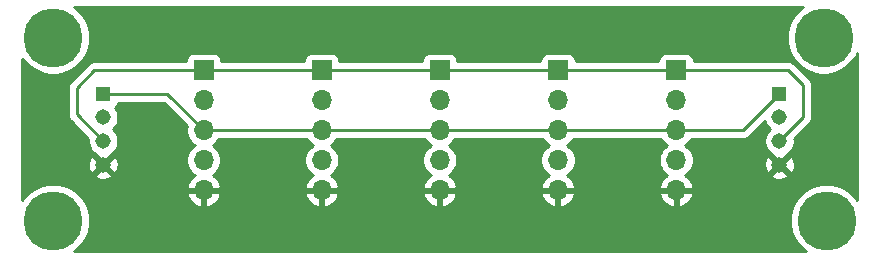
<source format=gbr>
G04 #@! TF.GenerationSoftware,KiCad,Pcbnew,(5.1.5)-3*
G04 #@! TF.CreationDate,2020-08-31T21:18:36+01:00*
G04 #@! TF.ProjectId,groveToPi,67726f76-6554-46f5-9069-2e6b69636164,1.0.1*
G04 #@! TF.SameCoordinates,Original*
G04 #@! TF.FileFunction,Copper,L2,Bot*
G04 #@! TF.FilePolarity,Positive*
%FSLAX46Y46*%
G04 Gerber Fmt 4.6, Leading zero omitted, Abs format (unit mm)*
G04 Created by KiCad (PCBNEW (5.1.5)-3) date 2020-08-31 21:18:36*
%MOMM*%
%LPD*%
G04 APERTURE LIST*
%ADD10R,1.308000X1.308000*%
%ADD11C,1.308000*%
%ADD12C,5.000000*%
%ADD13R,1.700000X1.700000*%
%ADD14O,1.700000X1.700000*%
%ADD15C,0.254000*%
G04 APERTURE END LIST*
D10*
X150750000Y-102000000D03*
D11*
X150750000Y-104000000D03*
X150750000Y-106000000D03*
X150750000Y-108000000D03*
X93500000Y-108000000D03*
X93500000Y-106000000D03*
X93500000Y-104000000D03*
D10*
X93500000Y-102000000D03*
D12*
X154750000Y-112750000D03*
X89250000Y-112750000D03*
X89250000Y-97250000D03*
X154500000Y-97250000D03*
D13*
X102000000Y-100000000D03*
D14*
X102000000Y-102540000D03*
X102000000Y-105080000D03*
X102000000Y-107620000D03*
X102000000Y-110160000D03*
X112000000Y-110160000D03*
X112000000Y-107620000D03*
X112000000Y-105080000D03*
X112000000Y-102540000D03*
D13*
X112000000Y-100000000D03*
X122000000Y-100000000D03*
D14*
X122000000Y-102540000D03*
X122000000Y-105080000D03*
X122000000Y-107620000D03*
X122000000Y-110160000D03*
X132000000Y-110160000D03*
X132000000Y-107620000D03*
X132000000Y-105080000D03*
X132000000Y-102540000D03*
D13*
X132000000Y-100000000D03*
X142000000Y-100000000D03*
D14*
X142000000Y-102540000D03*
X142000000Y-105080000D03*
X142000000Y-107620000D03*
X142000000Y-110160000D03*
D15*
X102000000Y-100000000D02*
X112000000Y-100000000D01*
X112000000Y-100000000D02*
X122000000Y-100000000D01*
X122000000Y-100000000D02*
X132000000Y-100000000D01*
X132000000Y-100000000D02*
X142000000Y-100000000D01*
X151493802Y-100000000D02*
X152750000Y-101256198D01*
X142000000Y-100000000D02*
X151493802Y-100000000D01*
X102000000Y-100000000D02*
X92756198Y-100000000D01*
X92756198Y-100000000D02*
X91250000Y-101506198D01*
X91250000Y-103750000D02*
X93500000Y-106000000D01*
X91250000Y-101506198D02*
X91250000Y-103750000D01*
X152750000Y-104000000D02*
X150750000Y-106000000D01*
X152750000Y-101256198D02*
X152750000Y-104000000D01*
X102000000Y-105080000D02*
X112000000Y-105080000D01*
X112000000Y-105080000D02*
X122000000Y-105080000D01*
X122000000Y-105080000D02*
X132000000Y-105080000D01*
X132000000Y-105080000D02*
X142000000Y-105080000D01*
X147670000Y-105080000D02*
X150750000Y-102000000D01*
X142000000Y-105080000D02*
X147670000Y-105080000D01*
X98920000Y-102000000D02*
X102000000Y-105080000D01*
X93500000Y-102000000D02*
X98920000Y-102000000D01*
G36*
X152501554Y-94814886D02*
G01*
X152064886Y-95251554D01*
X151721799Y-95765021D01*
X151485476Y-96335554D01*
X151365000Y-96941229D01*
X151365000Y-97558771D01*
X151485476Y-98164446D01*
X151721799Y-98734979D01*
X152064886Y-99248446D01*
X152501554Y-99685114D01*
X153015021Y-100028201D01*
X153585554Y-100264524D01*
X154191229Y-100385000D01*
X154808771Y-100385000D01*
X155414446Y-100264524D01*
X155984979Y-100028201D01*
X156498446Y-99685114D01*
X156935114Y-99248446D01*
X157278201Y-98734979D01*
X157340000Y-98585783D01*
X157340001Y-110983359D01*
X157185114Y-110751554D01*
X156748446Y-110314886D01*
X156234979Y-109971799D01*
X155664446Y-109735476D01*
X155058771Y-109615000D01*
X154441229Y-109615000D01*
X153835554Y-109735476D01*
X153265021Y-109971799D01*
X152751554Y-110314886D01*
X152314886Y-110751554D01*
X151971799Y-111265021D01*
X151735476Y-111835554D01*
X151615000Y-112441229D01*
X151615000Y-113058771D01*
X151735476Y-113664446D01*
X151971799Y-114234979D01*
X152314886Y-114748446D01*
X152751554Y-115185114D01*
X152983358Y-115340000D01*
X91016642Y-115340000D01*
X91248446Y-115185114D01*
X91685114Y-114748446D01*
X92028201Y-114234979D01*
X92264524Y-113664446D01*
X92385000Y-113058771D01*
X92385000Y-112441229D01*
X92264524Y-111835554D01*
X92028201Y-111265021D01*
X91685114Y-110751554D01*
X91450450Y-110516890D01*
X100558524Y-110516890D01*
X100603175Y-110664099D01*
X100728359Y-110926920D01*
X100902412Y-111160269D01*
X101118645Y-111355178D01*
X101368748Y-111504157D01*
X101643109Y-111601481D01*
X101873000Y-111480814D01*
X101873000Y-110287000D01*
X102127000Y-110287000D01*
X102127000Y-111480814D01*
X102356891Y-111601481D01*
X102631252Y-111504157D01*
X102881355Y-111355178D01*
X103097588Y-111160269D01*
X103271641Y-110926920D01*
X103396825Y-110664099D01*
X103441476Y-110516890D01*
X110558524Y-110516890D01*
X110603175Y-110664099D01*
X110728359Y-110926920D01*
X110902412Y-111160269D01*
X111118645Y-111355178D01*
X111368748Y-111504157D01*
X111643109Y-111601481D01*
X111873000Y-111480814D01*
X111873000Y-110287000D01*
X112127000Y-110287000D01*
X112127000Y-111480814D01*
X112356891Y-111601481D01*
X112631252Y-111504157D01*
X112881355Y-111355178D01*
X113097588Y-111160269D01*
X113271641Y-110926920D01*
X113396825Y-110664099D01*
X113441476Y-110516890D01*
X120558524Y-110516890D01*
X120603175Y-110664099D01*
X120728359Y-110926920D01*
X120902412Y-111160269D01*
X121118645Y-111355178D01*
X121368748Y-111504157D01*
X121643109Y-111601481D01*
X121873000Y-111480814D01*
X121873000Y-110287000D01*
X122127000Y-110287000D01*
X122127000Y-111480814D01*
X122356891Y-111601481D01*
X122631252Y-111504157D01*
X122881355Y-111355178D01*
X123097588Y-111160269D01*
X123271641Y-110926920D01*
X123396825Y-110664099D01*
X123441476Y-110516890D01*
X130558524Y-110516890D01*
X130603175Y-110664099D01*
X130728359Y-110926920D01*
X130902412Y-111160269D01*
X131118645Y-111355178D01*
X131368748Y-111504157D01*
X131643109Y-111601481D01*
X131873000Y-111480814D01*
X131873000Y-110287000D01*
X132127000Y-110287000D01*
X132127000Y-111480814D01*
X132356891Y-111601481D01*
X132631252Y-111504157D01*
X132881355Y-111355178D01*
X133097588Y-111160269D01*
X133271641Y-110926920D01*
X133396825Y-110664099D01*
X133441476Y-110516890D01*
X140558524Y-110516890D01*
X140603175Y-110664099D01*
X140728359Y-110926920D01*
X140902412Y-111160269D01*
X141118645Y-111355178D01*
X141368748Y-111504157D01*
X141643109Y-111601481D01*
X141873000Y-111480814D01*
X141873000Y-110287000D01*
X142127000Y-110287000D01*
X142127000Y-111480814D01*
X142356891Y-111601481D01*
X142631252Y-111504157D01*
X142881355Y-111355178D01*
X143097588Y-111160269D01*
X143271641Y-110926920D01*
X143396825Y-110664099D01*
X143441476Y-110516890D01*
X143320155Y-110287000D01*
X142127000Y-110287000D01*
X141873000Y-110287000D01*
X140679845Y-110287000D01*
X140558524Y-110516890D01*
X133441476Y-110516890D01*
X133320155Y-110287000D01*
X132127000Y-110287000D01*
X131873000Y-110287000D01*
X130679845Y-110287000D01*
X130558524Y-110516890D01*
X123441476Y-110516890D01*
X123320155Y-110287000D01*
X122127000Y-110287000D01*
X121873000Y-110287000D01*
X120679845Y-110287000D01*
X120558524Y-110516890D01*
X113441476Y-110516890D01*
X113320155Y-110287000D01*
X112127000Y-110287000D01*
X111873000Y-110287000D01*
X110679845Y-110287000D01*
X110558524Y-110516890D01*
X103441476Y-110516890D01*
X103320155Y-110287000D01*
X102127000Y-110287000D01*
X101873000Y-110287000D01*
X100679845Y-110287000D01*
X100558524Y-110516890D01*
X91450450Y-110516890D01*
X91248446Y-110314886D01*
X90734979Y-109971799D01*
X90164446Y-109735476D01*
X89558771Y-109615000D01*
X88941229Y-109615000D01*
X88335554Y-109735476D01*
X87765021Y-109971799D01*
X87251554Y-110314886D01*
X86814886Y-110751554D01*
X86660000Y-110983358D01*
X86660000Y-108888387D01*
X92791218Y-108888387D01*
X92845093Y-109117468D01*
X93075684Y-109223763D01*
X93322581Y-109283028D01*
X93576296Y-109292988D01*
X93827079Y-109253259D01*
X94065293Y-109165368D01*
X94154907Y-109117468D01*
X94208782Y-108888387D01*
X93500000Y-108179605D01*
X92791218Y-108888387D01*
X86660000Y-108888387D01*
X86660000Y-108076296D01*
X92207012Y-108076296D01*
X92246741Y-108327079D01*
X92334632Y-108565293D01*
X92382532Y-108654907D01*
X92611613Y-108708782D01*
X93320395Y-108000000D01*
X93679605Y-108000000D01*
X94388387Y-108708782D01*
X94617468Y-108654907D01*
X94723763Y-108424316D01*
X94783028Y-108177419D01*
X94792988Y-107923704D01*
X94753259Y-107672921D01*
X94665368Y-107434707D01*
X94617468Y-107345093D01*
X94388387Y-107291218D01*
X93679605Y-108000000D01*
X93320395Y-108000000D01*
X92611613Y-107291218D01*
X92382532Y-107345093D01*
X92276237Y-107575684D01*
X92216972Y-107822581D01*
X92207012Y-108076296D01*
X86660000Y-108076296D01*
X86660000Y-101506198D01*
X90484314Y-101506198D01*
X90488000Y-101543622D01*
X90488001Y-103712567D01*
X90484314Y-103750000D01*
X90499027Y-103899378D01*
X90542599Y-104043015D01*
X90613355Y-104175392D01*
X90684721Y-104262351D01*
X90708579Y-104291422D01*
X90737649Y-104315279D01*
X92225005Y-105802635D01*
X92211000Y-105873045D01*
X92211000Y-106126955D01*
X92260535Y-106375987D01*
X92357703Y-106610570D01*
X92498768Y-106821690D01*
X92678310Y-107001232D01*
X92798319Y-107081419D01*
X92791218Y-107111613D01*
X93500000Y-107820395D01*
X94208782Y-107111613D01*
X94201681Y-107081419D01*
X94321690Y-107001232D01*
X94501232Y-106821690D01*
X94642297Y-106610570D01*
X94739465Y-106375987D01*
X94789000Y-106126955D01*
X94789000Y-105873045D01*
X94739465Y-105624013D01*
X94642297Y-105389430D01*
X94501232Y-105178310D01*
X94322922Y-105000000D01*
X94501232Y-104821690D01*
X94642297Y-104610570D01*
X94739465Y-104375987D01*
X94789000Y-104126955D01*
X94789000Y-103873045D01*
X94739465Y-103624013D01*
X94642297Y-103389430D01*
X94506209Y-103185758D01*
X94508494Y-103184537D01*
X94605185Y-103105185D01*
X94684537Y-103008494D01*
X94743502Y-102898180D01*
X94779812Y-102778482D01*
X94781435Y-102762000D01*
X98604370Y-102762000D01*
X100558321Y-104715952D01*
X100515000Y-104933740D01*
X100515000Y-105226260D01*
X100572068Y-105513158D01*
X100684010Y-105783411D01*
X100846525Y-106026632D01*
X101053368Y-106233475D01*
X101227760Y-106350000D01*
X101053368Y-106466525D01*
X100846525Y-106673368D01*
X100684010Y-106916589D01*
X100572068Y-107186842D01*
X100515000Y-107473740D01*
X100515000Y-107766260D01*
X100572068Y-108053158D01*
X100684010Y-108323411D01*
X100846525Y-108566632D01*
X101053368Y-108773475D01*
X101235534Y-108895195D01*
X101118645Y-108964822D01*
X100902412Y-109159731D01*
X100728359Y-109393080D01*
X100603175Y-109655901D01*
X100558524Y-109803110D01*
X100679845Y-110033000D01*
X101873000Y-110033000D01*
X101873000Y-110013000D01*
X102127000Y-110013000D01*
X102127000Y-110033000D01*
X103320155Y-110033000D01*
X103441476Y-109803110D01*
X103396825Y-109655901D01*
X103271641Y-109393080D01*
X103097588Y-109159731D01*
X102881355Y-108964822D01*
X102764466Y-108895195D01*
X102946632Y-108773475D01*
X103153475Y-108566632D01*
X103315990Y-108323411D01*
X103427932Y-108053158D01*
X103485000Y-107766260D01*
X103485000Y-107473740D01*
X103427932Y-107186842D01*
X103315990Y-106916589D01*
X103153475Y-106673368D01*
X102946632Y-106466525D01*
X102772240Y-106350000D01*
X102946632Y-106233475D01*
X103153475Y-106026632D01*
X103276842Y-105842000D01*
X110723158Y-105842000D01*
X110846525Y-106026632D01*
X111053368Y-106233475D01*
X111227760Y-106350000D01*
X111053368Y-106466525D01*
X110846525Y-106673368D01*
X110684010Y-106916589D01*
X110572068Y-107186842D01*
X110515000Y-107473740D01*
X110515000Y-107766260D01*
X110572068Y-108053158D01*
X110684010Y-108323411D01*
X110846525Y-108566632D01*
X111053368Y-108773475D01*
X111235534Y-108895195D01*
X111118645Y-108964822D01*
X110902412Y-109159731D01*
X110728359Y-109393080D01*
X110603175Y-109655901D01*
X110558524Y-109803110D01*
X110679845Y-110033000D01*
X111873000Y-110033000D01*
X111873000Y-110013000D01*
X112127000Y-110013000D01*
X112127000Y-110033000D01*
X113320155Y-110033000D01*
X113441476Y-109803110D01*
X113396825Y-109655901D01*
X113271641Y-109393080D01*
X113097588Y-109159731D01*
X112881355Y-108964822D01*
X112764466Y-108895195D01*
X112946632Y-108773475D01*
X113153475Y-108566632D01*
X113315990Y-108323411D01*
X113427932Y-108053158D01*
X113485000Y-107766260D01*
X113485000Y-107473740D01*
X113427932Y-107186842D01*
X113315990Y-106916589D01*
X113153475Y-106673368D01*
X112946632Y-106466525D01*
X112772240Y-106350000D01*
X112946632Y-106233475D01*
X113153475Y-106026632D01*
X113276842Y-105842000D01*
X120723158Y-105842000D01*
X120846525Y-106026632D01*
X121053368Y-106233475D01*
X121227760Y-106350000D01*
X121053368Y-106466525D01*
X120846525Y-106673368D01*
X120684010Y-106916589D01*
X120572068Y-107186842D01*
X120515000Y-107473740D01*
X120515000Y-107766260D01*
X120572068Y-108053158D01*
X120684010Y-108323411D01*
X120846525Y-108566632D01*
X121053368Y-108773475D01*
X121235534Y-108895195D01*
X121118645Y-108964822D01*
X120902412Y-109159731D01*
X120728359Y-109393080D01*
X120603175Y-109655901D01*
X120558524Y-109803110D01*
X120679845Y-110033000D01*
X121873000Y-110033000D01*
X121873000Y-110013000D01*
X122127000Y-110013000D01*
X122127000Y-110033000D01*
X123320155Y-110033000D01*
X123441476Y-109803110D01*
X123396825Y-109655901D01*
X123271641Y-109393080D01*
X123097588Y-109159731D01*
X122881355Y-108964822D01*
X122764466Y-108895195D01*
X122946632Y-108773475D01*
X123153475Y-108566632D01*
X123315990Y-108323411D01*
X123427932Y-108053158D01*
X123485000Y-107766260D01*
X123485000Y-107473740D01*
X123427932Y-107186842D01*
X123315990Y-106916589D01*
X123153475Y-106673368D01*
X122946632Y-106466525D01*
X122772240Y-106350000D01*
X122946632Y-106233475D01*
X123153475Y-106026632D01*
X123276842Y-105842000D01*
X130723158Y-105842000D01*
X130846525Y-106026632D01*
X131053368Y-106233475D01*
X131227760Y-106350000D01*
X131053368Y-106466525D01*
X130846525Y-106673368D01*
X130684010Y-106916589D01*
X130572068Y-107186842D01*
X130515000Y-107473740D01*
X130515000Y-107766260D01*
X130572068Y-108053158D01*
X130684010Y-108323411D01*
X130846525Y-108566632D01*
X131053368Y-108773475D01*
X131235534Y-108895195D01*
X131118645Y-108964822D01*
X130902412Y-109159731D01*
X130728359Y-109393080D01*
X130603175Y-109655901D01*
X130558524Y-109803110D01*
X130679845Y-110033000D01*
X131873000Y-110033000D01*
X131873000Y-110013000D01*
X132127000Y-110013000D01*
X132127000Y-110033000D01*
X133320155Y-110033000D01*
X133441476Y-109803110D01*
X133396825Y-109655901D01*
X133271641Y-109393080D01*
X133097588Y-109159731D01*
X132881355Y-108964822D01*
X132764466Y-108895195D01*
X132946632Y-108773475D01*
X133153475Y-108566632D01*
X133315990Y-108323411D01*
X133427932Y-108053158D01*
X133485000Y-107766260D01*
X133485000Y-107473740D01*
X133427932Y-107186842D01*
X133315990Y-106916589D01*
X133153475Y-106673368D01*
X132946632Y-106466525D01*
X132772240Y-106350000D01*
X132946632Y-106233475D01*
X133153475Y-106026632D01*
X133276842Y-105842000D01*
X140723158Y-105842000D01*
X140846525Y-106026632D01*
X141053368Y-106233475D01*
X141227760Y-106350000D01*
X141053368Y-106466525D01*
X140846525Y-106673368D01*
X140684010Y-106916589D01*
X140572068Y-107186842D01*
X140515000Y-107473740D01*
X140515000Y-107766260D01*
X140572068Y-108053158D01*
X140684010Y-108323411D01*
X140846525Y-108566632D01*
X141053368Y-108773475D01*
X141235534Y-108895195D01*
X141118645Y-108964822D01*
X140902412Y-109159731D01*
X140728359Y-109393080D01*
X140603175Y-109655901D01*
X140558524Y-109803110D01*
X140679845Y-110033000D01*
X141873000Y-110033000D01*
X141873000Y-110013000D01*
X142127000Y-110013000D01*
X142127000Y-110033000D01*
X143320155Y-110033000D01*
X143441476Y-109803110D01*
X143396825Y-109655901D01*
X143271641Y-109393080D01*
X143097588Y-109159731D01*
X142881355Y-108964822D01*
X142764466Y-108895195D01*
X142774654Y-108888387D01*
X150041218Y-108888387D01*
X150095093Y-109117468D01*
X150325684Y-109223763D01*
X150572581Y-109283028D01*
X150826296Y-109292988D01*
X151077079Y-109253259D01*
X151315293Y-109165368D01*
X151404907Y-109117468D01*
X151458782Y-108888387D01*
X150750000Y-108179605D01*
X150041218Y-108888387D01*
X142774654Y-108888387D01*
X142946632Y-108773475D01*
X143153475Y-108566632D01*
X143315990Y-108323411D01*
X143418347Y-108076296D01*
X149457012Y-108076296D01*
X149496741Y-108327079D01*
X149584632Y-108565293D01*
X149632532Y-108654907D01*
X149861613Y-108708782D01*
X150570395Y-108000000D01*
X150929605Y-108000000D01*
X151638387Y-108708782D01*
X151867468Y-108654907D01*
X151973763Y-108424316D01*
X152033028Y-108177419D01*
X152042988Y-107923704D01*
X152003259Y-107672921D01*
X151915368Y-107434707D01*
X151867468Y-107345093D01*
X151638387Y-107291218D01*
X150929605Y-108000000D01*
X150570395Y-108000000D01*
X149861613Y-107291218D01*
X149632532Y-107345093D01*
X149526237Y-107575684D01*
X149466972Y-107822581D01*
X149457012Y-108076296D01*
X143418347Y-108076296D01*
X143427932Y-108053158D01*
X143485000Y-107766260D01*
X143485000Y-107473740D01*
X143427932Y-107186842D01*
X143315990Y-106916589D01*
X143153475Y-106673368D01*
X142946632Y-106466525D01*
X142772240Y-106350000D01*
X142946632Y-106233475D01*
X143153475Y-106026632D01*
X143276842Y-105842000D01*
X147632577Y-105842000D01*
X147670000Y-105845686D01*
X147707423Y-105842000D01*
X147707426Y-105842000D01*
X147819378Y-105830974D01*
X147963015Y-105787402D01*
X148095392Y-105716645D01*
X148211422Y-105621422D01*
X148235284Y-105592346D01*
X149500764Y-104326866D01*
X149510535Y-104375987D01*
X149607703Y-104610570D01*
X149748768Y-104821690D01*
X149927078Y-105000000D01*
X149748768Y-105178310D01*
X149607703Y-105389430D01*
X149510535Y-105624013D01*
X149461000Y-105873045D01*
X149461000Y-106126955D01*
X149510535Y-106375987D01*
X149607703Y-106610570D01*
X149748768Y-106821690D01*
X149928310Y-107001232D01*
X150048319Y-107081419D01*
X150041218Y-107111613D01*
X150750000Y-107820395D01*
X151458782Y-107111613D01*
X151451681Y-107081419D01*
X151571690Y-107001232D01*
X151751232Y-106821690D01*
X151892297Y-106610570D01*
X151989465Y-106375987D01*
X152039000Y-106126955D01*
X152039000Y-105873045D01*
X152024995Y-105802636D01*
X153262352Y-104565279D01*
X153291422Y-104541422D01*
X153386645Y-104425392D01*
X153457402Y-104293015D01*
X153500974Y-104149378D01*
X153512000Y-104037426D01*
X153512000Y-104037424D01*
X153515686Y-104000001D01*
X153512000Y-103962578D01*
X153512000Y-101293620D01*
X153515686Y-101256197D01*
X153512000Y-101218772D01*
X153500974Y-101106820D01*
X153457402Y-100963183D01*
X153386645Y-100830806D01*
X153291422Y-100714776D01*
X153262353Y-100690920D01*
X152059086Y-99487654D01*
X152035224Y-99458578D01*
X151919194Y-99363355D01*
X151786817Y-99292598D01*
X151643180Y-99249026D01*
X151531228Y-99238000D01*
X151531225Y-99238000D01*
X151493802Y-99234314D01*
X151456379Y-99238000D01*
X143488072Y-99238000D01*
X143488072Y-99150000D01*
X143475812Y-99025518D01*
X143439502Y-98905820D01*
X143380537Y-98795506D01*
X143301185Y-98698815D01*
X143204494Y-98619463D01*
X143094180Y-98560498D01*
X142974482Y-98524188D01*
X142850000Y-98511928D01*
X141150000Y-98511928D01*
X141025518Y-98524188D01*
X140905820Y-98560498D01*
X140795506Y-98619463D01*
X140698815Y-98698815D01*
X140619463Y-98795506D01*
X140560498Y-98905820D01*
X140524188Y-99025518D01*
X140511928Y-99150000D01*
X140511928Y-99238000D01*
X133488072Y-99238000D01*
X133488072Y-99150000D01*
X133475812Y-99025518D01*
X133439502Y-98905820D01*
X133380537Y-98795506D01*
X133301185Y-98698815D01*
X133204494Y-98619463D01*
X133094180Y-98560498D01*
X132974482Y-98524188D01*
X132850000Y-98511928D01*
X131150000Y-98511928D01*
X131025518Y-98524188D01*
X130905820Y-98560498D01*
X130795506Y-98619463D01*
X130698815Y-98698815D01*
X130619463Y-98795506D01*
X130560498Y-98905820D01*
X130524188Y-99025518D01*
X130511928Y-99150000D01*
X130511928Y-99238000D01*
X123488072Y-99238000D01*
X123488072Y-99150000D01*
X123475812Y-99025518D01*
X123439502Y-98905820D01*
X123380537Y-98795506D01*
X123301185Y-98698815D01*
X123204494Y-98619463D01*
X123094180Y-98560498D01*
X122974482Y-98524188D01*
X122850000Y-98511928D01*
X121150000Y-98511928D01*
X121025518Y-98524188D01*
X120905820Y-98560498D01*
X120795506Y-98619463D01*
X120698815Y-98698815D01*
X120619463Y-98795506D01*
X120560498Y-98905820D01*
X120524188Y-99025518D01*
X120511928Y-99150000D01*
X120511928Y-99238000D01*
X113488072Y-99238000D01*
X113488072Y-99150000D01*
X113475812Y-99025518D01*
X113439502Y-98905820D01*
X113380537Y-98795506D01*
X113301185Y-98698815D01*
X113204494Y-98619463D01*
X113094180Y-98560498D01*
X112974482Y-98524188D01*
X112850000Y-98511928D01*
X111150000Y-98511928D01*
X111025518Y-98524188D01*
X110905820Y-98560498D01*
X110795506Y-98619463D01*
X110698815Y-98698815D01*
X110619463Y-98795506D01*
X110560498Y-98905820D01*
X110524188Y-99025518D01*
X110511928Y-99150000D01*
X110511928Y-99238000D01*
X103488072Y-99238000D01*
X103488072Y-99150000D01*
X103475812Y-99025518D01*
X103439502Y-98905820D01*
X103380537Y-98795506D01*
X103301185Y-98698815D01*
X103204494Y-98619463D01*
X103094180Y-98560498D01*
X102974482Y-98524188D01*
X102850000Y-98511928D01*
X101150000Y-98511928D01*
X101025518Y-98524188D01*
X100905820Y-98560498D01*
X100795506Y-98619463D01*
X100698815Y-98698815D01*
X100619463Y-98795506D01*
X100560498Y-98905820D01*
X100524188Y-99025518D01*
X100511928Y-99150000D01*
X100511928Y-99238000D01*
X92793621Y-99238000D01*
X92756198Y-99234314D01*
X92718775Y-99238000D01*
X92718772Y-99238000D01*
X92606820Y-99249026D01*
X92463183Y-99292598D01*
X92401562Y-99325535D01*
X92330805Y-99363355D01*
X92288417Y-99398143D01*
X92214776Y-99458578D01*
X92190914Y-99487654D01*
X90737654Y-100940914D01*
X90708578Y-100964776D01*
X90652983Y-101032520D01*
X90613355Y-101080806D01*
X90575535Y-101151563D01*
X90542598Y-101213184D01*
X90499026Y-101356821D01*
X90491354Y-101434721D01*
X90484314Y-101506198D01*
X86660000Y-101506198D01*
X86660000Y-99016642D01*
X86814886Y-99248446D01*
X87251554Y-99685114D01*
X87765021Y-100028201D01*
X88335554Y-100264524D01*
X88941229Y-100385000D01*
X89558771Y-100385000D01*
X90164446Y-100264524D01*
X90734979Y-100028201D01*
X91248446Y-99685114D01*
X91685114Y-99248446D01*
X92028201Y-98734979D01*
X92264524Y-98164446D01*
X92385000Y-97558771D01*
X92385000Y-96941229D01*
X92264524Y-96335554D01*
X92028201Y-95765021D01*
X91685114Y-95251554D01*
X91248446Y-94814886D01*
X91016642Y-94660000D01*
X152733358Y-94660000D01*
X152501554Y-94814886D01*
G37*
X152501554Y-94814886D02*
X152064886Y-95251554D01*
X151721799Y-95765021D01*
X151485476Y-96335554D01*
X151365000Y-96941229D01*
X151365000Y-97558771D01*
X151485476Y-98164446D01*
X151721799Y-98734979D01*
X152064886Y-99248446D01*
X152501554Y-99685114D01*
X153015021Y-100028201D01*
X153585554Y-100264524D01*
X154191229Y-100385000D01*
X154808771Y-100385000D01*
X155414446Y-100264524D01*
X155984979Y-100028201D01*
X156498446Y-99685114D01*
X156935114Y-99248446D01*
X157278201Y-98734979D01*
X157340000Y-98585783D01*
X157340001Y-110983359D01*
X157185114Y-110751554D01*
X156748446Y-110314886D01*
X156234979Y-109971799D01*
X155664446Y-109735476D01*
X155058771Y-109615000D01*
X154441229Y-109615000D01*
X153835554Y-109735476D01*
X153265021Y-109971799D01*
X152751554Y-110314886D01*
X152314886Y-110751554D01*
X151971799Y-111265021D01*
X151735476Y-111835554D01*
X151615000Y-112441229D01*
X151615000Y-113058771D01*
X151735476Y-113664446D01*
X151971799Y-114234979D01*
X152314886Y-114748446D01*
X152751554Y-115185114D01*
X152983358Y-115340000D01*
X91016642Y-115340000D01*
X91248446Y-115185114D01*
X91685114Y-114748446D01*
X92028201Y-114234979D01*
X92264524Y-113664446D01*
X92385000Y-113058771D01*
X92385000Y-112441229D01*
X92264524Y-111835554D01*
X92028201Y-111265021D01*
X91685114Y-110751554D01*
X91450450Y-110516890D01*
X100558524Y-110516890D01*
X100603175Y-110664099D01*
X100728359Y-110926920D01*
X100902412Y-111160269D01*
X101118645Y-111355178D01*
X101368748Y-111504157D01*
X101643109Y-111601481D01*
X101873000Y-111480814D01*
X101873000Y-110287000D01*
X102127000Y-110287000D01*
X102127000Y-111480814D01*
X102356891Y-111601481D01*
X102631252Y-111504157D01*
X102881355Y-111355178D01*
X103097588Y-111160269D01*
X103271641Y-110926920D01*
X103396825Y-110664099D01*
X103441476Y-110516890D01*
X110558524Y-110516890D01*
X110603175Y-110664099D01*
X110728359Y-110926920D01*
X110902412Y-111160269D01*
X111118645Y-111355178D01*
X111368748Y-111504157D01*
X111643109Y-111601481D01*
X111873000Y-111480814D01*
X111873000Y-110287000D01*
X112127000Y-110287000D01*
X112127000Y-111480814D01*
X112356891Y-111601481D01*
X112631252Y-111504157D01*
X112881355Y-111355178D01*
X113097588Y-111160269D01*
X113271641Y-110926920D01*
X113396825Y-110664099D01*
X113441476Y-110516890D01*
X120558524Y-110516890D01*
X120603175Y-110664099D01*
X120728359Y-110926920D01*
X120902412Y-111160269D01*
X121118645Y-111355178D01*
X121368748Y-111504157D01*
X121643109Y-111601481D01*
X121873000Y-111480814D01*
X121873000Y-110287000D01*
X122127000Y-110287000D01*
X122127000Y-111480814D01*
X122356891Y-111601481D01*
X122631252Y-111504157D01*
X122881355Y-111355178D01*
X123097588Y-111160269D01*
X123271641Y-110926920D01*
X123396825Y-110664099D01*
X123441476Y-110516890D01*
X130558524Y-110516890D01*
X130603175Y-110664099D01*
X130728359Y-110926920D01*
X130902412Y-111160269D01*
X131118645Y-111355178D01*
X131368748Y-111504157D01*
X131643109Y-111601481D01*
X131873000Y-111480814D01*
X131873000Y-110287000D01*
X132127000Y-110287000D01*
X132127000Y-111480814D01*
X132356891Y-111601481D01*
X132631252Y-111504157D01*
X132881355Y-111355178D01*
X133097588Y-111160269D01*
X133271641Y-110926920D01*
X133396825Y-110664099D01*
X133441476Y-110516890D01*
X140558524Y-110516890D01*
X140603175Y-110664099D01*
X140728359Y-110926920D01*
X140902412Y-111160269D01*
X141118645Y-111355178D01*
X141368748Y-111504157D01*
X141643109Y-111601481D01*
X141873000Y-111480814D01*
X141873000Y-110287000D01*
X142127000Y-110287000D01*
X142127000Y-111480814D01*
X142356891Y-111601481D01*
X142631252Y-111504157D01*
X142881355Y-111355178D01*
X143097588Y-111160269D01*
X143271641Y-110926920D01*
X143396825Y-110664099D01*
X143441476Y-110516890D01*
X143320155Y-110287000D01*
X142127000Y-110287000D01*
X141873000Y-110287000D01*
X140679845Y-110287000D01*
X140558524Y-110516890D01*
X133441476Y-110516890D01*
X133320155Y-110287000D01*
X132127000Y-110287000D01*
X131873000Y-110287000D01*
X130679845Y-110287000D01*
X130558524Y-110516890D01*
X123441476Y-110516890D01*
X123320155Y-110287000D01*
X122127000Y-110287000D01*
X121873000Y-110287000D01*
X120679845Y-110287000D01*
X120558524Y-110516890D01*
X113441476Y-110516890D01*
X113320155Y-110287000D01*
X112127000Y-110287000D01*
X111873000Y-110287000D01*
X110679845Y-110287000D01*
X110558524Y-110516890D01*
X103441476Y-110516890D01*
X103320155Y-110287000D01*
X102127000Y-110287000D01*
X101873000Y-110287000D01*
X100679845Y-110287000D01*
X100558524Y-110516890D01*
X91450450Y-110516890D01*
X91248446Y-110314886D01*
X90734979Y-109971799D01*
X90164446Y-109735476D01*
X89558771Y-109615000D01*
X88941229Y-109615000D01*
X88335554Y-109735476D01*
X87765021Y-109971799D01*
X87251554Y-110314886D01*
X86814886Y-110751554D01*
X86660000Y-110983358D01*
X86660000Y-108888387D01*
X92791218Y-108888387D01*
X92845093Y-109117468D01*
X93075684Y-109223763D01*
X93322581Y-109283028D01*
X93576296Y-109292988D01*
X93827079Y-109253259D01*
X94065293Y-109165368D01*
X94154907Y-109117468D01*
X94208782Y-108888387D01*
X93500000Y-108179605D01*
X92791218Y-108888387D01*
X86660000Y-108888387D01*
X86660000Y-108076296D01*
X92207012Y-108076296D01*
X92246741Y-108327079D01*
X92334632Y-108565293D01*
X92382532Y-108654907D01*
X92611613Y-108708782D01*
X93320395Y-108000000D01*
X93679605Y-108000000D01*
X94388387Y-108708782D01*
X94617468Y-108654907D01*
X94723763Y-108424316D01*
X94783028Y-108177419D01*
X94792988Y-107923704D01*
X94753259Y-107672921D01*
X94665368Y-107434707D01*
X94617468Y-107345093D01*
X94388387Y-107291218D01*
X93679605Y-108000000D01*
X93320395Y-108000000D01*
X92611613Y-107291218D01*
X92382532Y-107345093D01*
X92276237Y-107575684D01*
X92216972Y-107822581D01*
X92207012Y-108076296D01*
X86660000Y-108076296D01*
X86660000Y-101506198D01*
X90484314Y-101506198D01*
X90488000Y-101543622D01*
X90488001Y-103712567D01*
X90484314Y-103750000D01*
X90499027Y-103899378D01*
X90542599Y-104043015D01*
X90613355Y-104175392D01*
X90684721Y-104262351D01*
X90708579Y-104291422D01*
X90737649Y-104315279D01*
X92225005Y-105802635D01*
X92211000Y-105873045D01*
X92211000Y-106126955D01*
X92260535Y-106375987D01*
X92357703Y-106610570D01*
X92498768Y-106821690D01*
X92678310Y-107001232D01*
X92798319Y-107081419D01*
X92791218Y-107111613D01*
X93500000Y-107820395D01*
X94208782Y-107111613D01*
X94201681Y-107081419D01*
X94321690Y-107001232D01*
X94501232Y-106821690D01*
X94642297Y-106610570D01*
X94739465Y-106375987D01*
X94789000Y-106126955D01*
X94789000Y-105873045D01*
X94739465Y-105624013D01*
X94642297Y-105389430D01*
X94501232Y-105178310D01*
X94322922Y-105000000D01*
X94501232Y-104821690D01*
X94642297Y-104610570D01*
X94739465Y-104375987D01*
X94789000Y-104126955D01*
X94789000Y-103873045D01*
X94739465Y-103624013D01*
X94642297Y-103389430D01*
X94506209Y-103185758D01*
X94508494Y-103184537D01*
X94605185Y-103105185D01*
X94684537Y-103008494D01*
X94743502Y-102898180D01*
X94779812Y-102778482D01*
X94781435Y-102762000D01*
X98604370Y-102762000D01*
X100558321Y-104715952D01*
X100515000Y-104933740D01*
X100515000Y-105226260D01*
X100572068Y-105513158D01*
X100684010Y-105783411D01*
X100846525Y-106026632D01*
X101053368Y-106233475D01*
X101227760Y-106350000D01*
X101053368Y-106466525D01*
X100846525Y-106673368D01*
X100684010Y-106916589D01*
X100572068Y-107186842D01*
X100515000Y-107473740D01*
X100515000Y-107766260D01*
X100572068Y-108053158D01*
X100684010Y-108323411D01*
X100846525Y-108566632D01*
X101053368Y-108773475D01*
X101235534Y-108895195D01*
X101118645Y-108964822D01*
X100902412Y-109159731D01*
X100728359Y-109393080D01*
X100603175Y-109655901D01*
X100558524Y-109803110D01*
X100679845Y-110033000D01*
X101873000Y-110033000D01*
X101873000Y-110013000D01*
X102127000Y-110013000D01*
X102127000Y-110033000D01*
X103320155Y-110033000D01*
X103441476Y-109803110D01*
X103396825Y-109655901D01*
X103271641Y-109393080D01*
X103097588Y-109159731D01*
X102881355Y-108964822D01*
X102764466Y-108895195D01*
X102946632Y-108773475D01*
X103153475Y-108566632D01*
X103315990Y-108323411D01*
X103427932Y-108053158D01*
X103485000Y-107766260D01*
X103485000Y-107473740D01*
X103427932Y-107186842D01*
X103315990Y-106916589D01*
X103153475Y-106673368D01*
X102946632Y-106466525D01*
X102772240Y-106350000D01*
X102946632Y-106233475D01*
X103153475Y-106026632D01*
X103276842Y-105842000D01*
X110723158Y-105842000D01*
X110846525Y-106026632D01*
X111053368Y-106233475D01*
X111227760Y-106350000D01*
X111053368Y-106466525D01*
X110846525Y-106673368D01*
X110684010Y-106916589D01*
X110572068Y-107186842D01*
X110515000Y-107473740D01*
X110515000Y-107766260D01*
X110572068Y-108053158D01*
X110684010Y-108323411D01*
X110846525Y-108566632D01*
X111053368Y-108773475D01*
X111235534Y-108895195D01*
X111118645Y-108964822D01*
X110902412Y-109159731D01*
X110728359Y-109393080D01*
X110603175Y-109655901D01*
X110558524Y-109803110D01*
X110679845Y-110033000D01*
X111873000Y-110033000D01*
X111873000Y-110013000D01*
X112127000Y-110013000D01*
X112127000Y-110033000D01*
X113320155Y-110033000D01*
X113441476Y-109803110D01*
X113396825Y-109655901D01*
X113271641Y-109393080D01*
X113097588Y-109159731D01*
X112881355Y-108964822D01*
X112764466Y-108895195D01*
X112946632Y-108773475D01*
X113153475Y-108566632D01*
X113315990Y-108323411D01*
X113427932Y-108053158D01*
X113485000Y-107766260D01*
X113485000Y-107473740D01*
X113427932Y-107186842D01*
X113315990Y-106916589D01*
X113153475Y-106673368D01*
X112946632Y-106466525D01*
X112772240Y-106350000D01*
X112946632Y-106233475D01*
X113153475Y-106026632D01*
X113276842Y-105842000D01*
X120723158Y-105842000D01*
X120846525Y-106026632D01*
X121053368Y-106233475D01*
X121227760Y-106350000D01*
X121053368Y-106466525D01*
X120846525Y-106673368D01*
X120684010Y-106916589D01*
X120572068Y-107186842D01*
X120515000Y-107473740D01*
X120515000Y-107766260D01*
X120572068Y-108053158D01*
X120684010Y-108323411D01*
X120846525Y-108566632D01*
X121053368Y-108773475D01*
X121235534Y-108895195D01*
X121118645Y-108964822D01*
X120902412Y-109159731D01*
X120728359Y-109393080D01*
X120603175Y-109655901D01*
X120558524Y-109803110D01*
X120679845Y-110033000D01*
X121873000Y-110033000D01*
X121873000Y-110013000D01*
X122127000Y-110013000D01*
X122127000Y-110033000D01*
X123320155Y-110033000D01*
X123441476Y-109803110D01*
X123396825Y-109655901D01*
X123271641Y-109393080D01*
X123097588Y-109159731D01*
X122881355Y-108964822D01*
X122764466Y-108895195D01*
X122946632Y-108773475D01*
X123153475Y-108566632D01*
X123315990Y-108323411D01*
X123427932Y-108053158D01*
X123485000Y-107766260D01*
X123485000Y-107473740D01*
X123427932Y-107186842D01*
X123315990Y-106916589D01*
X123153475Y-106673368D01*
X122946632Y-106466525D01*
X122772240Y-106350000D01*
X122946632Y-106233475D01*
X123153475Y-106026632D01*
X123276842Y-105842000D01*
X130723158Y-105842000D01*
X130846525Y-106026632D01*
X131053368Y-106233475D01*
X131227760Y-106350000D01*
X131053368Y-106466525D01*
X130846525Y-106673368D01*
X130684010Y-106916589D01*
X130572068Y-107186842D01*
X130515000Y-107473740D01*
X130515000Y-107766260D01*
X130572068Y-108053158D01*
X130684010Y-108323411D01*
X130846525Y-108566632D01*
X131053368Y-108773475D01*
X131235534Y-108895195D01*
X131118645Y-108964822D01*
X130902412Y-109159731D01*
X130728359Y-109393080D01*
X130603175Y-109655901D01*
X130558524Y-109803110D01*
X130679845Y-110033000D01*
X131873000Y-110033000D01*
X131873000Y-110013000D01*
X132127000Y-110013000D01*
X132127000Y-110033000D01*
X133320155Y-110033000D01*
X133441476Y-109803110D01*
X133396825Y-109655901D01*
X133271641Y-109393080D01*
X133097588Y-109159731D01*
X132881355Y-108964822D01*
X132764466Y-108895195D01*
X132946632Y-108773475D01*
X133153475Y-108566632D01*
X133315990Y-108323411D01*
X133427932Y-108053158D01*
X133485000Y-107766260D01*
X133485000Y-107473740D01*
X133427932Y-107186842D01*
X133315990Y-106916589D01*
X133153475Y-106673368D01*
X132946632Y-106466525D01*
X132772240Y-106350000D01*
X132946632Y-106233475D01*
X133153475Y-106026632D01*
X133276842Y-105842000D01*
X140723158Y-105842000D01*
X140846525Y-106026632D01*
X141053368Y-106233475D01*
X141227760Y-106350000D01*
X141053368Y-106466525D01*
X140846525Y-106673368D01*
X140684010Y-106916589D01*
X140572068Y-107186842D01*
X140515000Y-107473740D01*
X140515000Y-107766260D01*
X140572068Y-108053158D01*
X140684010Y-108323411D01*
X140846525Y-108566632D01*
X141053368Y-108773475D01*
X141235534Y-108895195D01*
X141118645Y-108964822D01*
X140902412Y-109159731D01*
X140728359Y-109393080D01*
X140603175Y-109655901D01*
X140558524Y-109803110D01*
X140679845Y-110033000D01*
X141873000Y-110033000D01*
X141873000Y-110013000D01*
X142127000Y-110013000D01*
X142127000Y-110033000D01*
X143320155Y-110033000D01*
X143441476Y-109803110D01*
X143396825Y-109655901D01*
X143271641Y-109393080D01*
X143097588Y-109159731D01*
X142881355Y-108964822D01*
X142764466Y-108895195D01*
X142774654Y-108888387D01*
X150041218Y-108888387D01*
X150095093Y-109117468D01*
X150325684Y-109223763D01*
X150572581Y-109283028D01*
X150826296Y-109292988D01*
X151077079Y-109253259D01*
X151315293Y-109165368D01*
X151404907Y-109117468D01*
X151458782Y-108888387D01*
X150750000Y-108179605D01*
X150041218Y-108888387D01*
X142774654Y-108888387D01*
X142946632Y-108773475D01*
X143153475Y-108566632D01*
X143315990Y-108323411D01*
X143418347Y-108076296D01*
X149457012Y-108076296D01*
X149496741Y-108327079D01*
X149584632Y-108565293D01*
X149632532Y-108654907D01*
X149861613Y-108708782D01*
X150570395Y-108000000D01*
X150929605Y-108000000D01*
X151638387Y-108708782D01*
X151867468Y-108654907D01*
X151973763Y-108424316D01*
X152033028Y-108177419D01*
X152042988Y-107923704D01*
X152003259Y-107672921D01*
X151915368Y-107434707D01*
X151867468Y-107345093D01*
X151638387Y-107291218D01*
X150929605Y-108000000D01*
X150570395Y-108000000D01*
X149861613Y-107291218D01*
X149632532Y-107345093D01*
X149526237Y-107575684D01*
X149466972Y-107822581D01*
X149457012Y-108076296D01*
X143418347Y-108076296D01*
X143427932Y-108053158D01*
X143485000Y-107766260D01*
X143485000Y-107473740D01*
X143427932Y-107186842D01*
X143315990Y-106916589D01*
X143153475Y-106673368D01*
X142946632Y-106466525D01*
X142772240Y-106350000D01*
X142946632Y-106233475D01*
X143153475Y-106026632D01*
X143276842Y-105842000D01*
X147632577Y-105842000D01*
X147670000Y-105845686D01*
X147707423Y-105842000D01*
X147707426Y-105842000D01*
X147819378Y-105830974D01*
X147963015Y-105787402D01*
X148095392Y-105716645D01*
X148211422Y-105621422D01*
X148235284Y-105592346D01*
X149500764Y-104326866D01*
X149510535Y-104375987D01*
X149607703Y-104610570D01*
X149748768Y-104821690D01*
X149927078Y-105000000D01*
X149748768Y-105178310D01*
X149607703Y-105389430D01*
X149510535Y-105624013D01*
X149461000Y-105873045D01*
X149461000Y-106126955D01*
X149510535Y-106375987D01*
X149607703Y-106610570D01*
X149748768Y-106821690D01*
X149928310Y-107001232D01*
X150048319Y-107081419D01*
X150041218Y-107111613D01*
X150750000Y-107820395D01*
X151458782Y-107111613D01*
X151451681Y-107081419D01*
X151571690Y-107001232D01*
X151751232Y-106821690D01*
X151892297Y-106610570D01*
X151989465Y-106375987D01*
X152039000Y-106126955D01*
X152039000Y-105873045D01*
X152024995Y-105802636D01*
X153262352Y-104565279D01*
X153291422Y-104541422D01*
X153386645Y-104425392D01*
X153457402Y-104293015D01*
X153500974Y-104149378D01*
X153512000Y-104037426D01*
X153512000Y-104037424D01*
X153515686Y-104000001D01*
X153512000Y-103962578D01*
X153512000Y-101293620D01*
X153515686Y-101256197D01*
X153512000Y-101218772D01*
X153500974Y-101106820D01*
X153457402Y-100963183D01*
X153386645Y-100830806D01*
X153291422Y-100714776D01*
X153262353Y-100690920D01*
X152059086Y-99487654D01*
X152035224Y-99458578D01*
X151919194Y-99363355D01*
X151786817Y-99292598D01*
X151643180Y-99249026D01*
X151531228Y-99238000D01*
X151531225Y-99238000D01*
X151493802Y-99234314D01*
X151456379Y-99238000D01*
X143488072Y-99238000D01*
X143488072Y-99150000D01*
X143475812Y-99025518D01*
X143439502Y-98905820D01*
X143380537Y-98795506D01*
X143301185Y-98698815D01*
X143204494Y-98619463D01*
X143094180Y-98560498D01*
X142974482Y-98524188D01*
X142850000Y-98511928D01*
X141150000Y-98511928D01*
X141025518Y-98524188D01*
X140905820Y-98560498D01*
X140795506Y-98619463D01*
X140698815Y-98698815D01*
X140619463Y-98795506D01*
X140560498Y-98905820D01*
X140524188Y-99025518D01*
X140511928Y-99150000D01*
X140511928Y-99238000D01*
X133488072Y-99238000D01*
X133488072Y-99150000D01*
X133475812Y-99025518D01*
X133439502Y-98905820D01*
X133380537Y-98795506D01*
X133301185Y-98698815D01*
X133204494Y-98619463D01*
X133094180Y-98560498D01*
X132974482Y-98524188D01*
X132850000Y-98511928D01*
X131150000Y-98511928D01*
X131025518Y-98524188D01*
X130905820Y-98560498D01*
X130795506Y-98619463D01*
X130698815Y-98698815D01*
X130619463Y-98795506D01*
X130560498Y-98905820D01*
X130524188Y-99025518D01*
X130511928Y-99150000D01*
X130511928Y-99238000D01*
X123488072Y-99238000D01*
X123488072Y-99150000D01*
X123475812Y-99025518D01*
X123439502Y-98905820D01*
X123380537Y-98795506D01*
X123301185Y-98698815D01*
X123204494Y-98619463D01*
X123094180Y-98560498D01*
X122974482Y-98524188D01*
X122850000Y-98511928D01*
X121150000Y-98511928D01*
X121025518Y-98524188D01*
X120905820Y-98560498D01*
X120795506Y-98619463D01*
X120698815Y-98698815D01*
X120619463Y-98795506D01*
X120560498Y-98905820D01*
X120524188Y-99025518D01*
X120511928Y-99150000D01*
X120511928Y-99238000D01*
X113488072Y-99238000D01*
X113488072Y-99150000D01*
X113475812Y-99025518D01*
X113439502Y-98905820D01*
X113380537Y-98795506D01*
X113301185Y-98698815D01*
X113204494Y-98619463D01*
X113094180Y-98560498D01*
X112974482Y-98524188D01*
X112850000Y-98511928D01*
X111150000Y-98511928D01*
X111025518Y-98524188D01*
X110905820Y-98560498D01*
X110795506Y-98619463D01*
X110698815Y-98698815D01*
X110619463Y-98795506D01*
X110560498Y-98905820D01*
X110524188Y-99025518D01*
X110511928Y-99150000D01*
X110511928Y-99238000D01*
X103488072Y-99238000D01*
X103488072Y-99150000D01*
X103475812Y-99025518D01*
X103439502Y-98905820D01*
X103380537Y-98795506D01*
X103301185Y-98698815D01*
X103204494Y-98619463D01*
X103094180Y-98560498D01*
X102974482Y-98524188D01*
X102850000Y-98511928D01*
X101150000Y-98511928D01*
X101025518Y-98524188D01*
X100905820Y-98560498D01*
X100795506Y-98619463D01*
X100698815Y-98698815D01*
X100619463Y-98795506D01*
X100560498Y-98905820D01*
X100524188Y-99025518D01*
X100511928Y-99150000D01*
X100511928Y-99238000D01*
X92793621Y-99238000D01*
X92756198Y-99234314D01*
X92718775Y-99238000D01*
X92718772Y-99238000D01*
X92606820Y-99249026D01*
X92463183Y-99292598D01*
X92401562Y-99325535D01*
X92330805Y-99363355D01*
X92288417Y-99398143D01*
X92214776Y-99458578D01*
X92190914Y-99487654D01*
X90737654Y-100940914D01*
X90708578Y-100964776D01*
X90652983Y-101032520D01*
X90613355Y-101080806D01*
X90575535Y-101151563D01*
X90542598Y-101213184D01*
X90499026Y-101356821D01*
X90491354Y-101434721D01*
X90484314Y-101506198D01*
X86660000Y-101506198D01*
X86660000Y-99016642D01*
X86814886Y-99248446D01*
X87251554Y-99685114D01*
X87765021Y-100028201D01*
X88335554Y-100264524D01*
X88941229Y-100385000D01*
X89558771Y-100385000D01*
X90164446Y-100264524D01*
X90734979Y-100028201D01*
X91248446Y-99685114D01*
X91685114Y-99248446D01*
X92028201Y-98734979D01*
X92264524Y-98164446D01*
X92385000Y-97558771D01*
X92385000Y-96941229D01*
X92264524Y-96335554D01*
X92028201Y-95765021D01*
X91685114Y-95251554D01*
X91248446Y-94814886D01*
X91016642Y-94660000D01*
X152733358Y-94660000D01*
X152501554Y-94814886D01*
M02*

</source>
